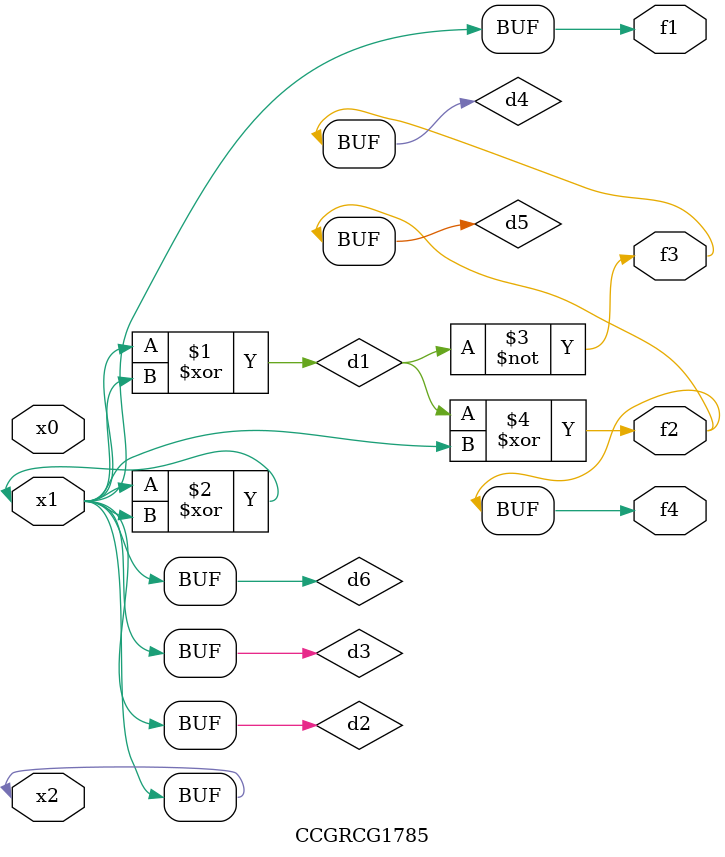
<source format=v>
module CCGRCG1785(
	input x0, x1, x2,
	output f1, f2, f3, f4
);

	wire d1, d2, d3, d4, d5, d6;

	xor (d1, x1, x2);
	buf (d2, x1, x2);
	xor (d3, x1, x2);
	nor (d4, d1);
	xor (d5, d1, d2);
	buf (d6, d2, d3);
	assign f1 = d6;
	assign f2 = d5;
	assign f3 = d4;
	assign f4 = d5;
endmodule

</source>
